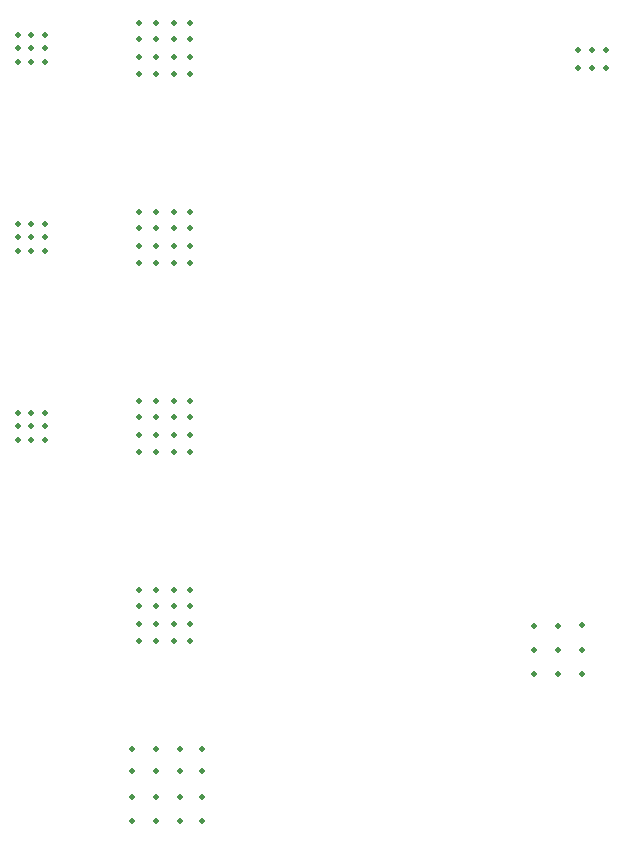
<source format=gbr>
G04 start of page 9 for group -4079 idx -4079 *
G04 Title: GNSS Firehose, topsilk *
G04 Creator: pcb 20140316 *
G04 CreationDate: Sun 10 May 2015 05:15:02 AM GMT UTC *
G04 For: pmonta *
G04 Format: Gerber/RS-274X *
G04 PCB-Dimensions (mil): 4640.00 3900.00 *
G04 PCB-Coordinate-Origin: lower left *
%MOIN*%
%FSLAX25Y25*%
%LNTOPSILK*%
%ADD14C,0.0200*%
G54D14*X140500Y192000D03*
Y186500D03*
Y140500D03*
Y135000D03*
Y129000D03*
Y123500D03*
X146500Y192000D03*
Y186500D03*
Y140500D03*
Y135000D03*
Y129000D03*
Y123500D03*
X152000Y192000D03*
Y186500D03*
Y140500D03*
Y135000D03*
Y129000D03*
Y123500D03*
X135000Y140500D03*
Y135000D03*
Y129000D03*
Y123500D03*
X266700Y128600D03*
Y120600D03*
Y112600D03*
X274700Y128600D03*
X282700Y128700D03*
Y120600D03*
X274700D03*
Y112600D03*
X282700Y112500D03*
X140500Y87500D03*
Y80000D03*
X148500Y87500D03*
X156000D03*
X148500Y80000D03*
X156000D03*
X132500Y87500D03*
Y80000D03*
Y71500D03*
Y63500D03*
X140500Y71500D03*
Y63500D03*
X148500Y71500D03*
Y63500D03*
X156000Y71500D03*
Y63500D03*
X281300Y320300D03*
X286000D03*
X290600D03*
Y314300D03*
X286000D03*
X281200D03*
X94500Y262500D03*
X99000D03*
Y258000D03*
Y253500D03*
Y199500D03*
Y195000D03*
Y190500D03*
X103500Y262500D03*
Y258000D03*
Y253500D03*
Y199500D03*
Y195000D03*
Y190500D03*
X94500Y258000D03*
Y253500D03*
Y199500D03*
Y195000D03*
Y190500D03*
Y321000D03*
X99000D03*
X103500D03*
X94500Y316500D03*
X99000D03*
X103500D03*
X94500Y325500D03*
X99000D03*
X103500D03*
X135000Y329500D03*
X140500D03*
X146500D03*
X152000D03*
Y324000D03*
Y318000D03*
Y312500D03*
X146500Y324000D03*
Y318000D03*
Y312500D03*
X140500Y324000D03*
X135000D03*
Y318000D03*
X140500D03*
Y312500D03*
X135000D03*
Y266500D03*
Y261000D03*
Y255000D03*
X140500Y266500D03*
X146500D03*
X152000D03*
X140500Y261000D03*
X146500D03*
X152000D03*
X140500Y255000D03*
X146500D03*
X152000D03*
X140500Y249500D03*
X146500D03*
X152000D03*
X135000D03*
Y203500D03*
Y198000D03*
X140500Y203500D03*
X146500D03*
X152000D03*
X140500Y198000D03*
X146500D03*
X152000D03*
X135000Y192000D03*
Y186500D03*
M02*

</source>
